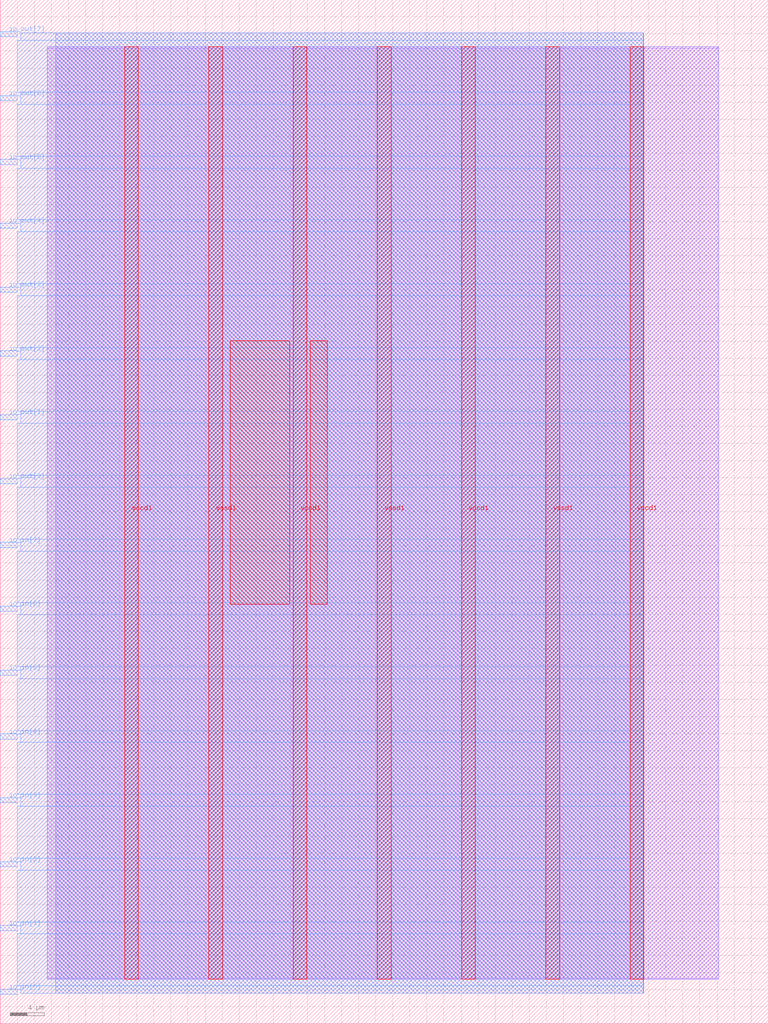
<source format=lef>
VERSION 5.7 ;
  NOWIREEXTENSIONATPIN ON ;
  DIVIDERCHAR "/" ;
  BUSBITCHARS "[]" ;
MACRO loxodes_sequencer
  CLASS BLOCK ;
  FOREIGN loxodes_sequencer ;
  ORIGIN 0.000 0.000 ;
  SIZE 90.000 BY 120.000 ;
  PIN io_in[0]
    DIRECTION INPUT ;
    USE SIGNAL ;
    PORT
      LAYER met3 ;
        RECT 0.000 3.440 2.000 4.040 ;
    END
  END io_in[0]
  PIN io_in[1]
    DIRECTION INPUT ;
    USE SIGNAL ;
    PORT
      LAYER met3 ;
        RECT 0.000 10.920 2.000 11.520 ;
    END
  END io_in[1]
  PIN io_in[2]
    DIRECTION INPUT ;
    USE SIGNAL ;
    PORT
      LAYER met3 ;
        RECT 0.000 18.400 2.000 19.000 ;
    END
  END io_in[2]
  PIN io_in[3]
    DIRECTION INPUT ;
    USE SIGNAL ;
    PORT
      LAYER met3 ;
        RECT 0.000 25.880 2.000 26.480 ;
    END
  END io_in[3]
  PIN io_in[4]
    DIRECTION INPUT ;
    USE SIGNAL ;
    PORT
      LAYER met3 ;
        RECT 0.000 33.360 2.000 33.960 ;
    END
  END io_in[4]
  PIN io_in[5]
    DIRECTION INPUT ;
    USE SIGNAL ;
    PORT
      LAYER met3 ;
        RECT 0.000 40.840 2.000 41.440 ;
    END
  END io_in[5]
  PIN io_in[6]
    DIRECTION INPUT ;
    USE SIGNAL ;
    PORT
      LAYER met3 ;
        RECT 0.000 48.320 2.000 48.920 ;
    END
  END io_in[6]
  PIN io_in[7]
    DIRECTION INPUT ;
    USE SIGNAL ;
    PORT
      LAYER met3 ;
        RECT 0.000 55.800 2.000 56.400 ;
    END
  END io_in[7]
  PIN io_out[0]
    DIRECTION OUTPUT TRISTATE ;
    USE SIGNAL ;
    PORT
      LAYER met3 ;
        RECT 0.000 63.280 2.000 63.880 ;
    END
  END io_out[0]
  PIN io_out[1]
    DIRECTION OUTPUT TRISTATE ;
    USE SIGNAL ;
    PORT
      LAYER met3 ;
        RECT 0.000 70.760 2.000 71.360 ;
    END
  END io_out[1]
  PIN io_out[2]
    DIRECTION OUTPUT TRISTATE ;
    USE SIGNAL ;
    PORT
      LAYER met3 ;
        RECT 0.000 78.240 2.000 78.840 ;
    END
  END io_out[2]
  PIN io_out[3]
    DIRECTION OUTPUT TRISTATE ;
    USE SIGNAL ;
    PORT
      LAYER met3 ;
        RECT 0.000 85.720 2.000 86.320 ;
    END
  END io_out[3]
  PIN io_out[4]
    DIRECTION OUTPUT TRISTATE ;
    USE SIGNAL ;
    PORT
      LAYER met3 ;
        RECT 0.000 93.200 2.000 93.800 ;
    END
  END io_out[4]
  PIN io_out[5]
    DIRECTION OUTPUT TRISTATE ;
    USE SIGNAL ;
    PORT
      LAYER met3 ;
        RECT 0.000 100.680 2.000 101.280 ;
    END
  END io_out[5]
  PIN io_out[6]
    DIRECTION OUTPUT TRISTATE ;
    USE SIGNAL ;
    PORT
      LAYER met3 ;
        RECT 0.000 108.160 2.000 108.760 ;
    END
  END io_out[6]
  PIN io_out[7]
    DIRECTION OUTPUT TRISTATE ;
    USE SIGNAL ;
    PORT
      LAYER met3 ;
        RECT 0.000 115.640 2.000 116.240 ;
    END
  END io_out[7]
  PIN vccd1
    DIRECTION INOUT ;
    USE POWER ;
    PORT
      LAYER met4 ;
        RECT 14.590 5.200 16.190 114.480 ;
    END
    PORT
      LAYER met4 ;
        RECT 34.330 5.200 35.930 114.480 ;
    END
    PORT
      LAYER met4 ;
        RECT 54.070 5.200 55.670 114.480 ;
    END
    PORT
      LAYER met4 ;
        RECT 73.810 5.200 75.410 114.480 ;
    END
  END vccd1
  PIN vssd1
    DIRECTION INOUT ;
    USE GROUND ;
    PORT
      LAYER met4 ;
        RECT 24.460 5.200 26.060 114.480 ;
    END
    PORT
      LAYER met4 ;
        RECT 44.200 5.200 45.800 114.480 ;
    END
    PORT
      LAYER met4 ;
        RECT 63.940 5.200 65.540 114.480 ;
    END
  END vssd1
  OBS
      LAYER li1 ;
        RECT 5.520 5.355 84.180 114.325 ;
      LAYER met1 ;
        RECT 5.520 5.200 84.180 114.480 ;
      LAYER met2 ;
        RECT 6.530 3.555 75.380 116.125 ;
      LAYER met3 ;
        RECT 2.400 115.240 75.400 116.105 ;
        RECT 2.000 109.160 75.400 115.240 ;
        RECT 2.400 107.760 75.400 109.160 ;
        RECT 2.000 101.680 75.400 107.760 ;
        RECT 2.400 100.280 75.400 101.680 ;
        RECT 2.000 94.200 75.400 100.280 ;
        RECT 2.400 92.800 75.400 94.200 ;
        RECT 2.000 86.720 75.400 92.800 ;
        RECT 2.400 85.320 75.400 86.720 ;
        RECT 2.000 79.240 75.400 85.320 ;
        RECT 2.400 77.840 75.400 79.240 ;
        RECT 2.000 71.760 75.400 77.840 ;
        RECT 2.400 70.360 75.400 71.760 ;
        RECT 2.000 64.280 75.400 70.360 ;
        RECT 2.400 62.880 75.400 64.280 ;
        RECT 2.000 56.800 75.400 62.880 ;
        RECT 2.400 55.400 75.400 56.800 ;
        RECT 2.000 49.320 75.400 55.400 ;
        RECT 2.400 47.920 75.400 49.320 ;
        RECT 2.000 41.840 75.400 47.920 ;
        RECT 2.400 40.440 75.400 41.840 ;
        RECT 2.000 34.360 75.400 40.440 ;
        RECT 2.400 32.960 75.400 34.360 ;
        RECT 2.000 26.880 75.400 32.960 ;
        RECT 2.400 25.480 75.400 26.880 ;
        RECT 2.000 19.400 75.400 25.480 ;
        RECT 2.400 18.000 75.400 19.400 ;
        RECT 2.000 11.920 75.400 18.000 ;
        RECT 2.400 10.520 75.400 11.920 ;
        RECT 2.000 4.440 75.400 10.520 ;
        RECT 2.400 3.575 75.400 4.440 ;
      LAYER met4 ;
        RECT 26.975 49.135 33.930 80.065 ;
        RECT 36.330 49.135 38.345 80.065 ;
  END
END loxodes_sequencer
END LIBRARY


</source>
